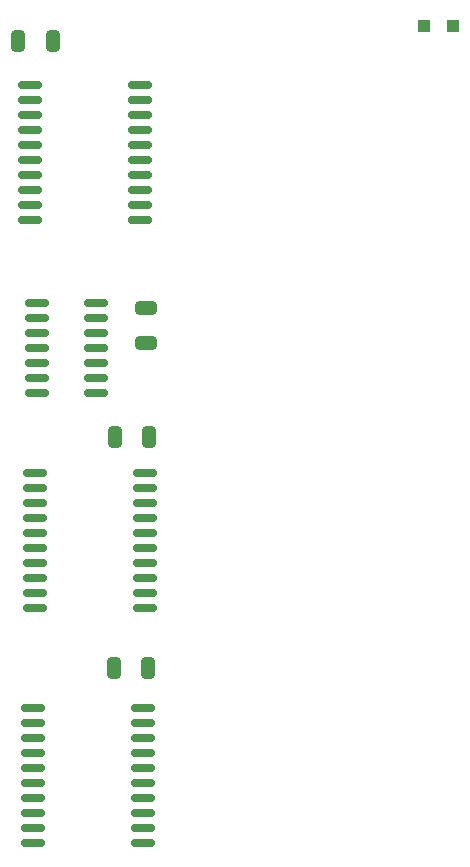
<source format=gtp>
G04 #@! TF.GenerationSoftware,KiCad,Pcbnew,6.0.10-86aedd382b~118~ubuntu20.04.1*
G04 #@! TF.CreationDate,2023-01-03T17:42:13+00:00*
G04 #@! TF.ProjectId,srom,73726f6d-2e6b-4696-9361-645f70636258,rev?*
G04 #@! TF.SameCoordinates,Original*
G04 #@! TF.FileFunction,Paste,Top*
G04 #@! TF.FilePolarity,Positive*
%FSLAX46Y46*%
G04 Gerber Fmt 4.6, Leading zero omitted, Abs format (unit mm)*
G04 Created by KiCad (PCBNEW 6.0.10-86aedd382b~118~ubuntu20.04.1) date 2023-01-03 17:42:13*
%MOMM*%
%LPD*%
G01*
G04 APERTURE LIST*
G04 Aperture macros list*
%AMRoundRect*
0 Rectangle with rounded corners*
0 $1 Rounding radius*
0 $2 $3 $4 $5 $6 $7 $8 $9 X,Y pos of 4 corners*
0 Add a 4 corners polygon primitive as box body*
4,1,4,$2,$3,$4,$5,$6,$7,$8,$9,$2,$3,0*
0 Add four circle primitives for the rounded corners*
1,1,$1+$1,$2,$3*
1,1,$1+$1,$4,$5*
1,1,$1+$1,$6,$7*
1,1,$1+$1,$8,$9*
0 Add four rect primitives between the rounded corners*
20,1,$1+$1,$2,$3,$4,$5,0*
20,1,$1+$1,$4,$5,$6,$7,0*
20,1,$1+$1,$6,$7,$8,$9,0*
20,1,$1+$1,$8,$9,$2,$3,0*%
G04 Aperture macros list end*
%ADD10RoundRect,0.250000X-0.325000X-0.650000X0.325000X-0.650000X0.325000X0.650000X-0.325000X0.650000X0*%
%ADD11RoundRect,0.150000X-0.875000X-0.150000X0.875000X-0.150000X0.875000X0.150000X-0.875000X0.150000X0*%
%ADD12RoundRect,0.250000X-0.650000X0.325000X-0.650000X-0.325000X0.650000X-0.325000X0.650000X0.325000X0*%
%ADD13RoundRect,0.250000X0.325000X0.650000X-0.325000X0.650000X-0.325000X-0.650000X0.325000X-0.650000X0*%
%ADD14RoundRect,0.150000X-0.825000X-0.150000X0.825000X-0.150000X0.825000X0.150000X-0.825000X0.150000X0*%
%ADD15R,1.000000X1.000000*%
G04 APERTURE END LIST*
D10*
X67825000Y-88340000D03*
X70775000Y-88340000D03*
D11*
X60950000Y-111235000D03*
X60950000Y-112505000D03*
X60950000Y-113775000D03*
X60950000Y-115045000D03*
X60950000Y-116315000D03*
X60950000Y-117585000D03*
X60950000Y-118855000D03*
X60950000Y-120125000D03*
X60950000Y-121395000D03*
X60950000Y-122665000D03*
X70250000Y-122665000D03*
X70250000Y-121395000D03*
X70250000Y-120125000D03*
X70250000Y-118855000D03*
X70250000Y-117585000D03*
X70250000Y-116315000D03*
X70250000Y-115045000D03*
X70250000Y-113775000D03*
X70250000Y-112505000D03*
X70250000Y-111235000D03*
X61100000Y-91385000D03*
X61100000Y-92655000D03*
X61100000Y-93925000D03*
X61100000Y-95195000D03*
X61100000Y-96465000D03*
X61100000Y-97735000D03*
X61100000Y-99005000D03*
X61100000Y-100275000D03*
X61100000Y-101545000D03*
X61100000Y-102815000D03*
X70400000Y-102815000D03*
X70400000Y-101545000D03*
X70400000Y-100275000D03*
X70400000Y-99005000D03*
X70400000Y-97735000D03*
X70400000Y-96465000D03*
X70400000Y-95195000D03*
X70400000Y-93925000D03*
X70400000Y-92655000D03*
X70400000Y-91385000D03*
D12*
X70520000Y-77385000D03*
X70520000Y-80335000D03*
D13*
X70685000Y-107880000D03*
X67735000Y-107880000D03*
D14*
X61265000Y-76990000D03*
X61265000Y-78260000D03*
X61265000Y-79530000D03*
X61265000Y-80800000D03*
X61265000Y-82070000D03*
X61265000Y-83340000D03*
X61265000Y-84610000D03*
X66215000Y-84610000D03*
X66215000Y-83340000D03*
X66215000Y-82070000D03*
X66215000Y-80800000D03*
X66215000Y-79530000D03*
X66215000Y-78260000D03*
X66215000Y-76990000D03*
D11*
X60690000Y-58525000D03*
X60690000Y-59795000D03*
X60690000Y-61065000D03*
X60690000Y-62335000D03*
X60690000Y-63605000D03*
X60690000Y-64875000D03*
X60690000Y-66145000D03*
X60690000Y-67415000D03*
X60690000Y-68685000D03*
X60690000Y-69955000D03*
X69990000Y-69955000D03*
X69990000Y-68685000D03*
X69990000Y-67415000D03*
X69990000Y-66145000D03*
X69990000Y-64875000D03*
X69990000Y-63605000D03*
X69990000Y-62335000D03*
X69990000Y-61065000D03*
X69990000Y-59795000D03*
X69990000Y-58525000D03*
D13*
X62595000Y-54810000D03*
X59645000Y-54810000D03*
D15*
X96480000Y-53540000D03*
X93980000Y-53540000D03*
M02*

</source>
